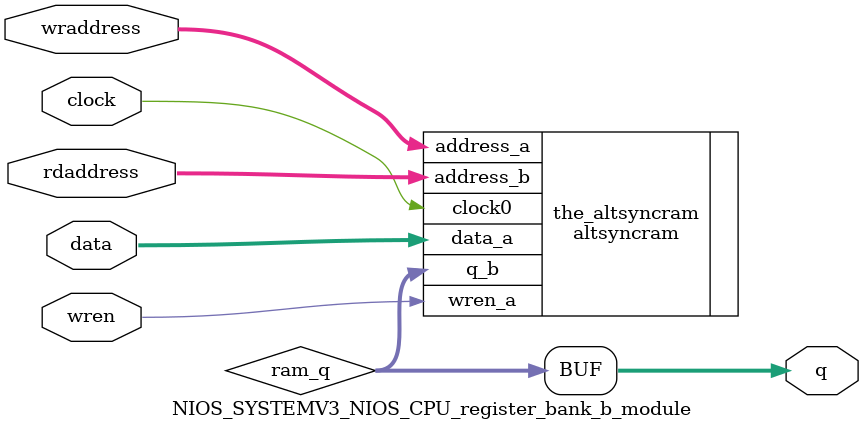
<source format=v>
module NIOS_SYSTEMV3_NIOS_CPU_register_bank_b_module (
                                                       // inputs:
                                                        clock,
                                                        data,
                                                        rdaddress,
                                                        wraddress,
                                                        wren,
                                                       // outputs:
                                                        q
                                                     )
;
  parameter lpm_file = "UNUSED";
  output  [ 31: 0] q;
  input            clock;
  input   [ 31: 0] data;
  input   [  4: 0] rdaddress;
  input   [  4: 0] wraddress;
  input            wren;
  wire    [ 31: 0] q;
  wire    [ 31: 0] ram_q;
  assign q = ram_q;
  altsyncram the_altsyncram
    (
      .address_a (wraddress),
      .address_b (rdaddress),
      .clock0 (clock),
      .data_a (data),
      .q_b (ram_q),
      .wren_a (wren)
    );
  defparam the_altsyncram.address_reg_b = "CLOCK0",
           the_altsyncram.init_file = lpm_file,
           the_altsyncram.maximum_depth = 0,
           the_altsyncram.numwords_a = 32,
           the_altsyncram.numwords_b = 32,
           the_altsyncram.operation_mode = "DUAL_PORT",
           the_altsyncram.outdata_reg_b = "UNREGISTERED",
           the_altsyncram.ram_block_type = "AUTO",
           the_altsyncram.rdcontrol_reg_b = "CLOCK0",
           the_altsyncram.read_during_write_mode_mixed_ports = "DONT_CARE",
           the_altsyncram.width_a = 32,
           the_altsyncram.width_b = 32,
           the_altsyncram.widthad_a = 5,
           the_altsyncram.widthad_b = 5;
endmodule
</source>
